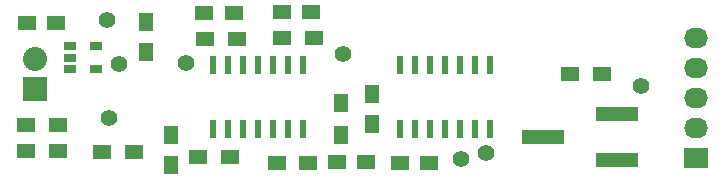
<source format=gts>
G04 #@! TF.FileFunction,Soldermask,Top*
%FSLAX46Y46*%
G04 Gerber Fmt 4.6, Leading zero omitted, Abs format (unit mm)*
G04 Created by KiCad (PCBNEW (2015-01-29 BZR 5396)-product) date 5/25/2015 5:42:28 PM*
%MOMM*%
G01*
G04 APERTURE LIST*
%ADD10C,0.100000*%
%ADD11R,1.500000X1.250000*%
%ADD12R,1.250000X1.500000*%
%ADD13R,2.032000X2.032000*%
%ADD14O,2.032000X2.032000*%
%ADD15R,2.032000X1.727200*%
%ADD16O,2.032000X1.727200*%
%ADD17R,1.500000X1.300000*%
%ADD18R,1.300000X1.500000*%
%ADD19R,1.060000X0.650000*%
%ADD20R,0.600000X1.500000*%
%ADD21R,3.550000X1.310000*%
%ADD22C,1.397000*%
G04 APERTURE END LIST*
D10*
D11*
X91450000Y-86600000D03*
X93950000Y-86600000D03*
D12*
X101510000Y-89020000D03*
X101510000Y-86520000D03*
D11*
X120200000Y-98340000D03*
X117700000Y-98340000D03*
D12*
X103660000Y-96090000D03*
X103660000Y-98590000D03*
D11*
X123030000Y-98460000D03*
X125530000Y-98460000D03*
D12*
X120660000Y-95090000D03*
X120660000Y-92590000D03*
D11*
X115550000Y-85630000D03*
X113050000Y-85630000D03*
X106490000Y-85710000D03*
X108990000Y-85710000D03*
D13*
X92160000Y-92160000D03*
D14*
X92160000Y-89620000D03*
D15*
X148090000Y-98030000D03*
D16*
X148090000Y-95490000D03*
X148090000Y-92950000D03*
X148090000Y-90410000D03*
X148090000Y-87870000D03*
D17*
X100490000Y-97460000D03*
X97790000Y-97460000D03*
X94090000Y-97420000D03*
X91390000Y-97420000D03*
X94090000Y-95170000D03*
X91390000Y-95170000D03*
X105940000Y-97920000D03*
X108640000Y-97920000D03*
X137420000Y-90860000D03*
X140120000Y-90860000D03*
X112590000Y-98460000D03*
X115290000Y-98460000D03*
D18*
X118040000Y-96040000D03*
X118040000Y-93340000D03*
D17*
X115760000Y-87820000D03*
X113060000Y-87820000D03*
X106510000Y-87900000D03*
X109210000Y-87900000D03*
D19*
X95140000Y-88550000D03*
X95140000Y-89500000D03*
X95140000Y-90450000D03*
X97340000Y-90450000D03*
X97340000Y-88550000D03*
D20*
X107220000Y-95520000D03*
X108490000Y-95520000D03*
X109760000Y-95520000D03*
X111030000Y-95520000D03*
X112300000Y-95520000D03*
X113570000Y-95520000D03*
X114840000Y-95520000D03*
X114840000Y-90120000D03*
X113570000Y-90120000D03*
X112300000Y-90120000D03*
X111030000Y-90120000D03*
X109760000Y-90120000D03*
X108490000Y-90120000D03*
X107220000Y-90120000D03*
X123060000Y-95540000D03*
X124330000Y-95540000D03*
X125600000Y-95540000D03*
X126870000Y-95540000D03*
X128140000Y-95540000D03*
X129410000Y-95540000D03*
X130680000Y-95540000D03*
X130680000Y-90140000D03*
X129410000Y-90140000D03*
X128140000Y-90140000D03*
X126870000Y-90140000D03*
X125600000Y-90140000D03*
X124330000Y-90140000D03*
X123060000Y-90140000D03*
D21*
X135115000Y-96230000D03*
X141385000Y-98175000D03*
X141385000Y-94285000D03*
D22*
X98430000Y-94590000D03*
X99280000Y-90080000D03*
X98260000Y-86330000D03*
X128180000Y-98080000D03*
X130340000Y-97590000D03*
X118190000Y-89170000D03*
X104950000Y-89960000D03*
X143480000Y-91900000D03*
M02*

</source>
